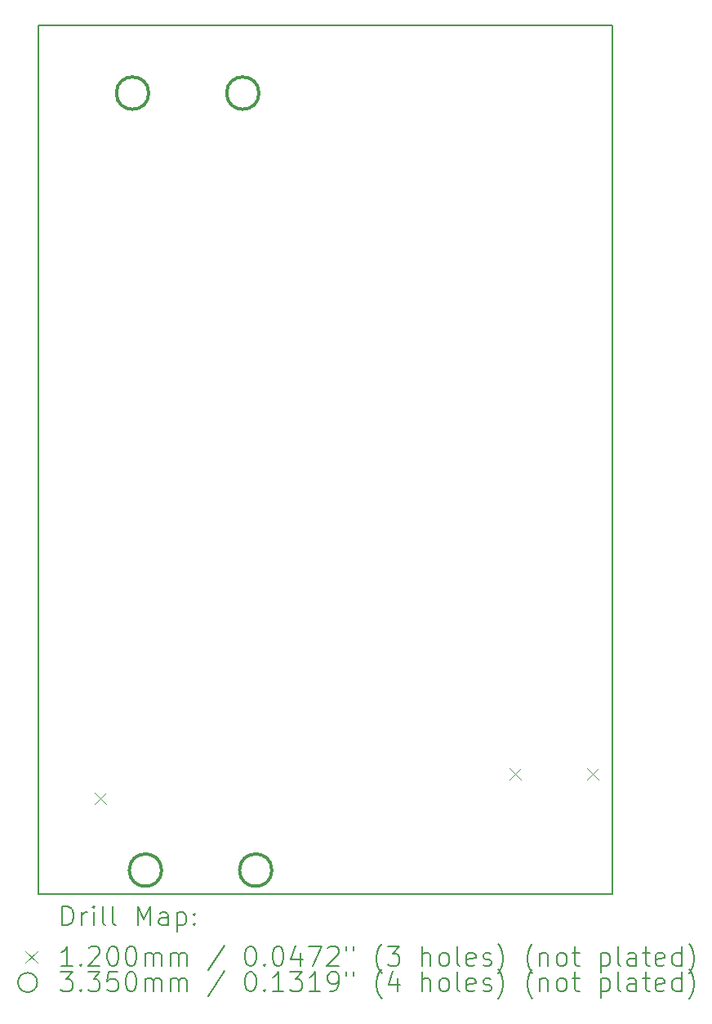
<source format=gbr>
%TF.GenerationSoftware,KiCad,Pcbnew,8.0.1-8.0.1-1~ubuntu22.04.1*%
%TF.CreationDate,2024-03-27T01:11:39-04:00*%
%TF.ProjectId,gripper_2024,67726970-7065-4725-9f32-3032342e6b69,rev?*%
%TF.SameCoordinates,Original*%
%TF.FileFunction,Drillmap*%
%TF.FilePolarity,Positive*%
%FSLAX45Y45*%
G04 Gerber Fmt 4.5, Leading zero omitted, Abs format (unit mm)*
G04 Created by KiCad (PCBNEW 8.0.1-8.0.1-1~ubuntu22.04.1) date 2024-03-27 01:11:39*
%MOMM*%
%LPD*%
G01*
G04 APERTURE LIST*
%ADD10C,0.200000*%
%ADD11C,0.120000*%
%ADD12C,0.335000*%
G04 APERTURE END LIST*
D10*
X1700000Y-1600000D02*
X7650000Y-1600000D01*
X7650000Y-10600000D01*
X1700000Y-10600000D01*
X1700000Y-1600000D01*
D11*
X2287500Y-9550000D02*
X2407500Y-9670000D01*
X2407500Y-9550000D02*
X2287500Y-9670000D01*
X6587500Y-9290000D02*
X6707500Y-9410000D01*
X6707500Y-9290000D02*
X6587500Y-9410000D01*
X7387500Y-9290000D02*
X7507500Y-9410000D01*
X7507500Y-9290000D02*
X7387500Y-9410000D01*
D12*
X2845900Y-2300000D02*
G75*
G02*
X2510900Y-2300000I-167500J0D01*
G01*
X2510900Y-2300000D02*
G75*
G02*
X2845900Y-2300000I167500J0D01*
G01*
X2979650Y-10350000D02*
G75*
G02*
X2644650Y-10350000I-167500J0D01*
G01*
X2644650Y-10350000D02*
G75*
G02*
X2979650Y-10350000I167500J0D01*
G01*
X3989100Y-2300000D02*
G75*
G02*
X3654100Y-2300000I-167500J0D01*
G01*
X3654100Y-2300000D02*
G75*
G02*
X3989100Y-2300000I167500J0D01*
G01*
X4122850Y-10350000D02*
G75*
G02*
X3787850Y-10350000I-167500J0D01*
G01*
X3787850Y-10350000D02*
G75*
G02*
X4122850Y-10350000I167500J0D01*
G01*
D10*
X1950777Y-10921484D02*
X1950777Y-10721484D01*
X1950777Y-10721484D02*
X1998396Y-10721484D01*
X1998396Y-10721484D02*
X2026967Y-10731008D01*
X2026967Y-10731008D02*
X2046015Y-10750055D01*
X2046015Y-10750055D02*
X2055539Y-10769103D01*
X2055539Y-10769103D02*
X2065062Y-10807198D01*
X2065062Y-10807198D02*
X2065062Y-10835770D01*
X2065062Y-10835770D02*
X2055539Y-10873865D01*
X2055539Y-10873865D02*
X2046015Y-10892912D01*
X2046015Y-10892912D02*
X2026967Y-10911960D01*
X2026967Y-10911960D02*
X1998396Y-10921484D01*
X1998396Y-10921484D02*
X1950777Y-10921484D01*
X2150777Y-10921484D02*
X2150777Y-10788150D01*
X2150777Y-10826246D02*
X2160301Y-10807198D01*
X2160301Y-10807198D02*
X2169824Y-10797674D01*
X2169824Y-10797674D02*
X2188872Y-10788150D01*
X2188872Y-10788150D02*
X2207920Y-10788150D01*
X2274586Y-10921484D02*
X2274586Y-10788150D01*
X2274586Y-10721484D02*
X2265063Y-10731008D01*
X2265063Y-10731008D02*
X2274586Y-10740531D01*
X2274586Y-10740531D02*
X2284110Y-10731008D01*
X2284110Y-10731008D02*
X2274586Y-10721484D01*
X2274586Y-10721484D02*
X2274586Y-10740531D01*
X2398396Y-10921484D02*
X2379348Y-10911960D01*
X2379348Y-10911960D02*
X2369824Y-10892912D01*
X2369824Y-10892912D02*
X2369824Y-10721484D01*
X2503158Y-10921484D02*
X2484110Y-10911960D01*
X2484110Y-10911960D02*
X2474586Y-10892912D01*
X2474586Y-10892912D02*
X2474586Y-10721484D01*
X2731729Y-10921484D02*
X2731729Y-10721484D01*
X2731729Y-10721484D02*
X2798396Y-10864341D01*
X2798396Y-10864341D02*
X2865062Y-10721484D01*
X2865062Y-10721484D02*
X2865062Y-10921484D01*
X3046015Y-10921484D02*
X3046015Y-10816722D01*
X3046015Y-10816722D02*
X3036491Y-10797674D01*
X3036491Y-10797674D02*
X3017443Y-10788150D01*
X3017443Y-10788150D02*
X2979348Y-10788150D01*
X2979348Y-10788150D02*
X2960301Y-10797674D01*
X3046015Y-10911960D02*
X3026967Y-10921484D01*
X3026967Y-10921484D02*
X2979348Y-10921484D01*
X2979348Y-10921484D02*
X2960301Y-10911960D01*
X2960301Y-10911960D02*
X2950777Y-10892912D01*
X2950777Y-10892912D02*
X2950777Y-10873865D01*
X2950777Y-10873865D02*
X2960301Y-10854817D01*
X2960301Y-10854817D02*
X2979348Y-10845293D01*
X2979348Y-10845293D02*
X3026967Y-10845293D01*
X3026967Y-10845293D02*
X3046015Y-10835770D01*
X3141253Y-10788150D02*
X3141253Y-10988150D01*
X3141253Y-10797674D02*
X3160301Y-10788150D01*
X3160301Y-10788150D02*
X3198396Y-10788150D01*
X3198396Y-10788150D02*
X3217443Y-10797674D01*
X3217443Y-10797674D02*
X3226967Y-10807198D01*
X3226967Y-10807198D02*
X3236491Y-10826246D01*
X3236491Y-10826246D02*
X3236491Y-10883389D01*
X3236491Y-10883389D02*
X3226967Y-10902436D01*
X3226967Y-10902436D02*
X3217443Y-10911960D01*
X3217443Y-10911960D02*
X3198396Y-10921484D01*
X3198396Y-10921484D02*
X3160301Y-10921484D01*
X3160301Y-10921484D02*
X3141253Y-10911960D01*
X3322205Y-10902436D02*
X3331729Y-10911960D01*
X3331729Y-10911960D02*
X3322205Y-10921484D01*
X3322205Y-10921484D02*
X3312682Y-10911960D01*
X3312682Y-10911960D02*
X3322205Y-10902436D01*
X3322205Y-10902436D02*
X3322205Y-10921484D01*
X3322205Y-10797674D02*
X3331729Y-10807198D01*
X3331729Y-10807198D02*
X3322205Y-10816722D01*
X3322205Y-10816722D02*
X3312682Y-10807198D01*
X3312682Y-10807198D02*
X3322205Y-10797674D01*
X3322205Y-10797674D02*
X3322205Y-10816722D01*
D11*
X1570000Y-11190000D02*
X1690000Y-11310000D01*
X1690000Y-11190000D02*
X1570000Y-11310000D01*
D10*
X2055539Y-11341484D02*
X1941253Y-11341484D01*
X1998396Y-11341484D02*
X1998396Y-11141484D01*
X1998396Y-11141484D02*
X1979348Y-11170055D01*
X1979348Y-11170055D02*
X1960301Y-11189103D01*
X1960301Y-11189103D02*
X1941253Y-11198627D01*
X2141253Y-11322436D02*
X2150777Y-11331960D01*
X2150777Y-11331960D02*
X2141253Y-11341484D01*
X2141253Y-11341484D02*
X2131729Y-11331960D01*
X2131729Y-11331960D02*
X2141253Y-11322436D01*
X2141253Y-11322436D02*
X2141253Y-11341484D01*
X2226967Y-11160531D02*
X2236491Y-11151008D01*
X2236491Y-11151008D02*
X2255539Y-11141484D01*
X2255539Y-11141484D02*
X2303158Y-11141484D01*
X2303158Y-11141484D02*
X2322205Y-11151008D01*
X2322205Y-11151008D02*
X2331729Y-11160531D01*
X2331729Y-11160531D02*
X2341253Y-11179579D01*
X2341253Y-11179579D02*
X2341253Y-11198627D01*
X2341253Y-11198627D02*
X2331729Y-11227198D01*
X2331729Y-11227198D02*
X2217444Y-11341484D01*
X2217444Y-11341484D02*
X2341253Y-11341484D01*
X2465063Y-11141484D02*
X2484110Y-11141484D01*
X2484110Y-11141484D02*
X2503158Y-11151008D01*
X2503158Y-11151008D02*
X2512682Y-11160531D01*
X2512682Y-11160531D02*
X2522205Y-11179579D01*
X2522205Y-11179579D02*
X2531729Y-11217674D01*
X2531729Y-11217674D02*
X2531729Y-11265293D01*
X2531729Y-11265293D02*
X2522205Y-11303388D01*
X2522205Y-11303388D02*
X2512682Y-11322436D01*
X2512682Y-11322436D02*
X2503158Y-11331960D01*
X2503158Y-11331960D02*
X2484110Y-11341484D01*
X2484110Y-11341484D02*
X2465063Y-11341484D01*
X2465063Y-11341484D02*
X2446015Y-11331960D01*
X2446015Y-11331960D02*
X2436491Y-11322436D01*
X2436491Y-11322436D02*
X2426967Y-11303388D01*
X2426967Y-11303388D02*
X2417444Y-11265293D01*
X2417444Y-11265293D02*
X2417444Y-11217674D01*
X2417444Y-11217674D02*
X2426967Y-11179579D01*
X2426967Y-11179579D02*
X2436491Y-11160531D01*
X2436491Y-11160531D02*
X2446015Y-11151008D01*
X2446015Y-11151008D02*
X2465063Y-11141484D01*
X2655539Y-11141484D02*
X2674586Y-11141484D01*
X2674586Y-11141484D02*
X2693634Y-11151008D01*
X2693634Y-11151008D02*
X2703158Y-11160531D01*
X2703158Y-11160531D02*
X2712682Y-11179579D01*
X2712682Y-11179579D02*
X2722205Y-11217674D01*
X2722205Y-11217674D02*
X2722205Y-11265293D01*
X2722205Y-11265293D02*
X2712682Y-11303388D01*
X2712682Y-11303388D02*
X2703158Y-11322436D01*
X2703158Y-11322436D02*
X2693634Y-11331960D01*
X2693634Y-11331960D02*
X2674586Y-11341484D01*
X2674586Y-11341484D02*
X2655539Y-11341484D01*
X2655539Y-11341484D02*
X2636491Y-11331960D01*
X2636491Y-11331960D02*
X2626967Y-11322436D01*
X2626967Y-11322436D02*
X2617444Y-11303388D01*
X2617444Y-11303388D02*
X2607920Y-11265293D01*
X2607920Y-11265293D02*
X2607920Y-11217674D01*
X2607920Y-11217674D02*
X2617444Y-11179579D01*
X2617444Y-11179579D02*
X2626967Y-11160531D01*
X2626967Y-11160531D02*
X2636491Y-11151008D01*
X2636491Y-11151008D02*
X2655539Y-11141484D01*
X2807920Y-11341484D02*
X2807920Y-11208150D01*
X2807920Y-11227198D02*
X2817443Y-11217674D01*
X2817443Y-11217674D02*
X2836491Y-11208150D01*
X2836491Y-11208150D02*
X2865063Y-11208150D01*
X2865063Y-11208150D02*
X2884110Y-11217674D01*
X2884110Y-11217674D02*
X2893634Y-11236722D01*
X2893634Y-11236722D02*
X2893634Y-11341484D01*
X2893634Y-11236722D02*
X2903158Y-11217674D01*
X2903158Y-11217674D02*
X2922205Y-11208150D01*
X2922205Y-11208150D02*
X2950777Y-11208150D01*
X2950777Y-11208150D02*
X2969824Y-11217674D01*
X2969824Y-11217674D02*
X2979348Y-11236722D01*
X2979348Y-11236722D02*
X2979348Y-11341484D01*
X3074586Y-11341484D02*
X3074586Y-11208150D01*
X3074586Y-11227198D02*
X3084110Y-11217674D01*
X3084110Y-11217674D02*
X3103158Y-11208150D01*
X3103158Y-11208150D02*
X3131729Y-11208150D01*
X3131729Y-11208150D02*
X3150777Y-11217674D01*
X3150777Y-11217674D02*
X3160301Y-11236722D01*
X3160301Y-11236722D02*
X3160301Y-11341484D01*
X3160301Y-11236722D02*
X3169824Y-11217674D01*
X3169824Y-11217674D02*
X3188872Y-11208150D01*
X3188872Y-11208150D02*
X3217443Y-11208150D01*
X3217443Y-11208150D02*
X3236491Y-11217674D01*
X3236491Y-11217674D02*
X3246015Y-11236722D01*
X3246015Y-11236722D02*
X3246015Y-11341484D01*
X3636491Y-11131960D02*
X3465063Y-11389103D01*
X3893634Y-11141484D02*
X3912682Y-11141484D01*
X3912682Y-11141484D02*
X3931729Y-11151008D01*
X3931729Y-11151008D02*
X3941253Y-11160531D01*
X3941253Y-11160531D02*
X3950777Y-11179579D01*
X3950777Y-11179579D02*
X3960301Y-11217674D01*
X3960301Y-11217674D02*
X3960301Y-11265293D01*
X3960301Y-11265293D02*
X3950777Y-11303388D01*
X3950777Y-11303388D02*
X3941253Y-11322436D01*
X3941253Y-11322436D02*
X3931729Y-11331960D01*
X3931729Y-11331960D02*
X3912682Y-11341484D01*
X3912682Y-11341484D02*
X3893634Y-11341484D01*
X3893634Y-11341484D02*
X3874586Y-11331960D01*
X3874586Y-11331960D02*
X3865063Y-11322436D01*
X3865063Y-11322436D02*
X3855539Y-11303388D01*
X3855539Y-11303388D02*
X3846015Y-11265293D01*
X3846015Y-11265293D02*
X3846015Y-11217674D01*
X3846015Y-11217674D02*
X3855539Y-11179579D01*
X3855539Y-11179579D02*
X3865063Y-11160531D01*
X3865063Y-11160531D02*
X3874586Y-11151008D01*
X3874586Y-11151008D02*
X3893634Y-11141484D01*
X4046015Y-11322436D02*
X4055539Y-11331960D01*
X4055539Y-11331960D02*
X4046015Y-11341484D01*
X4046015Y-11341484D02*
X4036491Y-11331960D01*
X4036491Y-11331960D02*
X4046015Y-11322436D01*
X4046015Y-11322436D02*
X4046015Y-11341484D01*
X4179348Y-11141484D02*
X4198396Y-11141484D01*
X4198396Y-11141484D02*
X4217444Y-11151008D01*
X4217444Y-11151008D02*
X4226968Y-11160531D01*
X4226968Y-11160531D02*
X4236491Y-11179579D01*
X4236491Y-11179579D02*
X4246015Y-11217674D01*
X4246015Y-11217674D02*
X4246015Y-11265293D01*
X4246015Y-11265293D02*
X4236491Y-11303388D01*
X4236491Y-11303388D02*
X4226968Y-11322436D01*
X4226968Y-11322436D02*
X4217444Y-11331960D01*
X4217444Y-11331960D02*
X4198396Y-11341484D01*
X4198396Y-11341484D02*
X4179348Y-11341484D01*
X4179348Y-11341484D02*
X4160301Y-11331960D01*
X4160301Y-11331960D02*
X4150777Y-11322436D01*
X4150777Y-11322436D02*
X4141253Y-11303388D01*
X4141253Y-11303388D02*
X4131729Y-11265293D01*
X4131729Y-11265293D02*
X4131729Y-11217674D01*
X4131729Y-11217674D02*
X4141253Y-11179579D01*
X4141253Y-11179579D02*
X4150777Y-11160531D01*
X4150777Y-11160531D02*
X4160301Y-11151008D01*
X4160301Y-11151008D02*
X4179348Y-11141484D01*
X4417444Y-11208150D02*
X4417444Y-11341484D01*
X4369825Y-11131960D02*
X4322206Y-11274817D01*
X4322206Y-11274817D02*
X4446015Y-11274817D01*
X4503158Y-11141484D02*
X4636491Y-11141484D01*
X4636491Y-11141484D02*
X4550777Y-11341484D01*
X4703158Y-11160531D02*
X4712682Y-11151008D01*
X4712682Y-11151008D02*
X4731729Y-11141484D01*
X4731729Y-11141484D02*
X4779349Y-11141484D01*
X4779349Y-11141484D02*
X4798396Y-11151008D01*
X4798396Y-11151008D02*
X4807920Y-11160531D01*
X4807920Y-11160531D02*
X4817444Y-11179579D01*
X4817444Y-11179579D02*
X4817444Y-11198627D01*
X4817444Y-11198627D02*
X4807920Y-11227198D01*
X4807920Y-11227198D02*
X4693634Y-11341484D01*
X4693634Y-11341484D02*
X4817444Y-11341484D01*
X4893634Y-11141484D02*
X4893634Y-11179579D01*
X4969825Y-11141484D02*
X4969825Y-11179579D01*
X5265063Y-11417674D02*
X5255539Y-11408150D01*
X5255539Y-11408150D02*
X5236491Y-11379579D01*
X5236491Y-11379579D02*
X5226968Y-11360531D01*
X5226968Y-11360531D02*
X5217444Y-11331960D01*
X5217444Y-11331960D02*
X5207920Y-11284341D01*
X5207920Y-11284341D02*
X5207920Y-11246246D01*
X5207920Y-11246246D02*
X5217444Y-11198627D01*
X5217444Y-11198627D02*
X5226968Y-11170055D01*
X5226968Y-11170055D02*
X5236491Y-11151008D01*
X5236491Y-11151008D02*
X5255539Y-11122436D01*
X5255539Y-11122436D02*
X5265063Y-11112912D01*
X5322206Y-11141484D02*
X5446015Y-11141484D01*
X5446015Y-11141484D02*
X5379349Y-11217674D01*
X5379349Y-11217674D02*
X5407920Y-11217674D01*
X5407920Y-11217674D02*
X5426968Y-11227198D01*
X5426968Y-11227198D02*
X5436491Y-11236722D01*
X5436491Y-11236722D02*
X5446015Y-11255769D01*
X5446015Y-11255769D02*
X5446015Y-11303388D01*
X5446015Y-11303388D02*
X5436491Y-11322436D01*
X5436491Y-11322436D02*
X5426968Y-11331960D01*
X5426968Y-11331960D02*
X5407920Y-11341484D01*
X5407920Y-11341484D02*
X5350777Y-11341484D01*
X5350777Y-11341484D02*
X5331730Y-11331960D01*
X5331730Y-11331960D02*
X5322206Y-11322436D01*
X5684110Y-11341484D02*
X5684110Y-11141484D01*
X5769825Y-11341484D02*
X5769825Y-11236722D01*
X5769825Y-11236722D02*
X5760301Y-11217674D01*
X5760301Y-11217674D02*
X5741253Y-11208150D01*
X5741253Y-11208150D02*
X5712682Y-11208150D01*
X5712682Y-11208150D02*
X5693634Y-11217674D01*
X5693634Y-11217674D02*
X5684110Y-11227198D01*
X5893634Y-11341484D02*
X5874587Y-11331960D01*
X5874587Y-11331960D02*
X5865063Y-11322436D01*
X5865063Y-11322436D02*
X5855539Y-11303388D01*
X5855539Y-11303388D02*
X5855539Y-11246246D01*
X5855539Y-11246246D02*
X5865063Y-11227198D01*
X5865063Y-11227198D02*
X5874587Y-11217674D01*
X5874587Y-11217674D02*
X5893634Y-11208150D01*
X5893634Y-11208150D02*
X5922206Y-11208150D01*
X5922206Y-11208150D02*
X5941253Y-11217674D01*
X5941253Y-11217674D02*
X5950777Y-11227198D01*
X5950777Y-11227198D02*
X5960301Y-11246246D01*
X5960301Y-11246246D02*
X5960301Y-11303388D01*
X5960301Y-11303388D02*
X5950777Y-11322436D01*
X5950777Y-11322436D02*
X5941253Y-11331960D01*
X5941253Y-11331960D02*
X5922206Y-11341484D01*
X5922206Y-11341484D02*
X5893634Y-11341484D01*
X6074587Y-11341484D02*
X6055539Y-11331960D01*
X6055539Y-11331960D02*
X6046015Y-11312912D01*
X6046015Y-11312912D02*
X6046015Y-11141484D01*
X6226968Y-11331960D02*
X6207920Y-11341484D01*
X6207920Y-11341484D02*
X6169825Y-11341484D01*
X6169825Y-11341484D02*
X6150777Y-11331960D01*
X6150777Y-11331960D02*
X6141253Y-11312912D01*
X6141253Y-11312912D02*
X6141253Y-11236722D01*
X6141253Y-11236722D02*
X6150777Y-11217674D01*
X6150777Y-11217674D02*
X6169825Y-11208150D01*
X6169825Y-11208150D02*
X6207920Y-11208150D01*
X6207920Y-11208150D02*
X6226968Y-11217674D01*
X6226968Y-11217674D02*
X6236491Y-11236722D01*
X6236491Y-11236722D02*
X6236491Y-11255769D01*
X6236491Y-11255769D02*
X6141253Y-11274817D01*
X6312682Y-11331960D02*
X6331730Y-11341484D01*
X6331730Y-11341484D02*
X6369825Y-11341484D01*
X6369825Y-11341484D02*
X6388872Y-11331960D01*
X6388872Y-11331960D02*
X6398396Y-11312912D01*
X6398396Y-11312912D02*
X6398396Y-11303388D01*
X6398396Y-11303388D02*
X6388872Y-11284341D01*
X6388872Y-11284341D02*
X6369825Y-11274817D01*
X6369825Y-11274817D02*
X6341253Y-11274817D01*
X6341253Y-11274817D02*
X6322206Y-11265293D01*
X6322206Y-11265293D02*
X6312682Y-11246246D01*
X6312682Y-11246246D02*
X6312682Y-11236722D01*
X6312682Y-11236722D02*
X6322206Y-11217674D01*
X6322206Y-11217674D02*
X6341253Y-11208150D01*
X6341253Y-11208150D02*
X6369825Y-11208150D01*
X6369825Y-11208150D02*
X6388872Y-11217674D01*
X6465063Y-11417674D02*
X6474587Y-11408150D01*
X6474587Y-11408150D02*
X6493634Y-11379579D01*
X6493634Y-11379579D02*
X6503158Y-11360531D01*
X6503158Y-11360531D02*
X6512682Y-11331960D01*
X6512682Y-11331960D02*
X6522206Y-11284341D01*
X6522206Y-11284341D02*
X6522206Y-11246246D01*
X6522206Y-11246246D02*
X6512682Y-11198627D01*
X6512682Y-11198627D02*
X6503158Y-11170055D01*
X6503158Y-11170055D02*
X6493634Y-11151008D01*
X6493634Y-11151008D02*
X6474587Y-11122436D01*
X6474587Y-11122436D02*
X6465063Y-11112912D01*
X6826968Y-11417674D02*
X6817444Y-11408150D01*
X6817444Y-11408150D02*
X6798396Y-11379579D01*
X6798396Y-11379579D02*
X6788872Y-11360531D01*
X6788872Y-11360531D02*
X6779349Y-11331960D01*
X6779349Y-11331960D02*
X6769825Y-11284341D01*
X6769825Y-11284341D02*
X6769825Y-11246246D01*
X6769825Y-11246246D02*
X6779349Y-11198627D01*
X6779349Y-11198627D02*
X6788872Y-11170055D01*
X6788872Y-11170055D02*
X6798396Y-11151008D01*
X6798396Y-11151008D02*
X6817444Y-11122436D01*
X6817444Y-11122436D02*
X6826968Y-11112912D01*
X6903158Y-11208150D02*
X6903158Y-11341484D01*
X6903158Y-11227198D02*
X6912682Y-11217674D01*
X6912682Y-11217674D02*
X6931730Y-11208150D01*
X6931730Y-11208150D02*
X6960301Y-11208150D01*
X6960301Y-11208150D02*
X6979349Y-11217674D01*
X6979349Y-11217674D02*
X6988872Y-11236722D01*
X6988872Y-11236722D02*
X6988872Y-11341484D01*
X7112682Y-11341484D02*
X7093634Y-11331960D01*
X7093634Y-11331960D02*
X7084111Y-11322436D01*
X7084111Y-11322436D02*
X7074587Y-11303388D01*
X7074587Y-11303388D02*
X7074587Y-11246246D01*
X7074587Y-11246246D02*
X7084111Y-11227198D01*
X7084111Y-11227198D02*
X7093634Y-11217674D01*
X7093634Y-11217674D02*
X7112682Y-11208150D01*
X7112682Y-11208150D02*
X7141253Y-11208150D01*
X7141253Y-11208150D02*
X7160301Y-11217674D01*
X7160301Y-11217674D02*
X7169825Y-11227198D01*
X7169825Y-11227198D02*
X7179349Y-11246246D01*
X7179349Y-11246246D02*
X7179349Y-11303388D01*
X7179349Y-11303388D02*
X7169825Y-11322436D01*
X7169825Y-11322436D02*
X7160301Y-11331960D01*
X7160301Y-11331960D02*
X7141253Y-11341484D01*
X7141253Y-11341484D02*
X7112682Y-11341484D01*
X7236492Y-11208150D02*
X7312682Y-11208150D01*
X7265063Y-11141484D02*
X7265063Y-11312912D01*
X7265063Y-11312912D02*
X7274587Y-11331960D01*
X7274587Y-11331960D02*
X7293634Y-11341484D01*
X7293634Y-11341484D02*
X7312682Y-11341484D01*
X7531730Y-11208150D02*
X7531730Y-11408150D01*
X7531730Y-11217674D02*
X7550777Y-11208150D01*
X7550777Y-11208150D02*
X7588873Y-11208150D01*
X7588873Y-11208150D02*
X7607920Y-11217674D01*
X7607920Y-11217674D02*
X7617444Y-11227198D01*
X7617444Y-11227198D02*
X7626968Y-11246246D01*
X7626968Y-11246246D02*
X7626968Y-11303388D01*
X7626968Y-11303388D02*
X7617444Y-11322436D01*
X7617444Y-11322436D02*
X7607920Y-11331960D01*
X7607920Y-11331960D02*
X7588873Y-11341484D01*
X7588873Y-11341484D02*
X7550777Y-11341484D01*
X7550777Y-11341484D02*
X7531730Y-11331960D01*
X7741253Y-11341484D02*
X7722206Y-11331960D01*
X7722206Y-11331960D02*
X7712682Y-11312912D01*
X7712682Y-11312912D02*
X7712682Y-11141484D01*
X7903158Y-11341484D02*
X7903158Y-11236722D01*
X7903158Y-11236722D02*
X7893634Y-11217674D01*
X7893634Y-11217674D02*
X7874587Y-11208150D01*
X7874587Y-11208150D02*
X7836492Y-11208150D01*
X7836492Y-11208150D02*
X7817444Y-11217674D01*
X7903158Y-11331960D02*
X7884111Y-11341484D01*
X7884111Y-11341484D02*
X7836492Y-11341484D01*
X7836492Y-11341484D02*
X7817444Y-11331960D01*
X7817444Y-11331960D02*
X7807920Y-11312912D01*
X7807920Y-11312912D02*
X7807920Y-11293865D01*
X7807920Y-11293865D02*
X7817444Y-11274817D01*
X7817444Y-11274817D02*
X7836492Y-11265293D01*
X7836492Y-11265293D02*
X7884111Y-11265293D01*
X7884111Y-11265293D02*
X7903158Y-11255769D01*
X7969825Y-11208150D02*
X8046015Y-11208150D01*
X7998396Y-11141484D02*
X7998396Y-11312912D01*
X7998396Y-11312912D02*
X8007920Y-11331960D01*
X8007920Y-11331960D02*
X8026968Y-11341484D01*
X8026968Y-11341484D02*
X8046015Y-11341484D01*
X8188873Y-11331960D02*
X8169825Y-11341484D01*
X8169825Y-11341484D02*
X8131730Y-11341484D01*
X8131730Y-11341484D02*
X8112682Y-11331960D01*
X8112682Y-11331960D02*
X8103158Y-11312912D01*
X8103158Y-11312912D02*
X8103158Y-11236722D01*
X8103158Y-11236722D02*
X8112682Y-11217674D01*
X8112682Y-11217674D02*
X8131730Y-11208150D01*
X8131730Y-11208150D02*
X8169825Y-11208150D01*
X8169825Y-11208150D02*
X8188873Y-11217674D01*
X8188873Y-11217674D02*
X8198396Y-11236722D01*
X8198396Y-11236722D02*
X8198396Y-11255769D01*
X8198396Y-11255769D02*
X8103158Y-11274817D01*
X8369825Y-11341484D02*
X8369825Y-11141484D01*
X8369825Y-11331960D02*
X8350777Y-11341484D01*
X8350777Y-11341484D02*
X8312682Y-11341484D01*
X8312682Y-11341484D02*
X8293634Y-11331960D01*
X8293634Y-11331960D02*
X8284111Y-11322436D01*
X8284111Y-11322436D02*
X8274587Y-11303388D01*
X8274587Y-11303388D02*
X8274587Y-11246246D01*
X8274587Y-11246246D02*
X8284111Y-11227198D01*
X8284111Y-11227198D02*
X8293634Y-11217674D01*
X8293634Y-11217674D02*
X8312682Y-11208150D01*
X8312682Y-11208150D02*
X8350777Y-11208150D01*
X8350777Y-11208150D02*
X8369825Y-11217674D01*
X8446016Y-11417674D02*
X8455539Y-11408150D01*
X8455539Y-11408150D02*
X8474587Y-11379579D01*
X8474587Y-11379579D02*
X8484111Y-11360531D01*
X8484111Y-11360531D02*
X8493635Y-11331960D01*
X8493635Y-11331960D02*
X8503158Y-11284341D01*
X8503158Y-11284341D02*
X8503158Y-11246246D01*
X8503158Y-11246246D02*
X8493635Y-11198627D01*
X8493635Y-11198627D02*
X8484111Y-11170055D01*
X8484111Y-11170055D02*
X8474587Y-11151008D01*
X8474587Y-11151008D02*
X8455539Y-11122436D01*
X8455539Y-11122436D02*
X8446016Y-11112912D01*
X1690000Y-11514000D02*
G75*
G02*
X1490000Y-11514000I-100000J0D01*
G01*
X1490000Y-11514000D02*
G75*
G02*
X1690000Y-11514000I100000J0D01*
G01*
X1931729Y-11405484D02*
X2055539Y-11405484D01*
X2055539Y-11405484D02*
X1988872Y-11481674D01*
X1988872Y-11481674D02*
X2017443Y-11481674D01*
X2017443Y-11481674D02*
X2036491Y-11491198D01*
X2036491Y-11491198D02*
X2046015Y-11500722D01*
X2046015Y-11500722D02*
X2055539Y-11519769D01*
X2055539Y-11519769D02*
X2055539Y-11567388D01*
X2055539Y-11567388D02*
X2046015Y-11586436D01*
X2046015Y-11586436D02*
X2036491Y-11595960D01*
X2036491Y-11595960D02*
X2017443Y-11605484D01*
X2017443Y-11605484D02*
X1960301Y-11605484D01*
X1960301Y-11605484D02*
X1941253Y-11595960D01*
X1941253Y-11595960D02*
X1931729Y-11586436D01*
X2141253Y-11586436D02*
X2150777Y-11595960D01*
X2150777Y-11595960D02*
X2141253Y-11605484D01*
X2141253Y-11605484D02*
X2131729Y-11595960D01*
X2131729Y-11595960D02*
X2141253Y-11586436D01*
X2141253Y-11586436D02*
X2141253Y-11605484D01*
X2217444Y-11405484D02*
X2341253Y-11405484D01*
X2341253Y-11405484D02*
X2274586Y-11481674D01*
X2274586Y-11481674D02*
X2303158Y-11481674D01*
X2303158Y-11481674D02*
X2322205Y-11491198D01*
X2322205Y-11491198D02*
X2331729Y-11500722D01*
X2331729Y-11500722D02*
X2341253Y-11519769D01*
X2341253Y-11519769D02*
X2341253Y-11567388D01*
X2341253Y-11567388D02*
X2331729Y-11586436D01*
X2331729Y-11586436D02*
X2322205Y-11595960D01*
X2322205Y-11595960D02*
X2303158Y-11605484D01*
X2303158Y-11605484D02*
X2246015Y-11605484D01*
X2246015Y-11605484D02*
X2226967Y-11595960D01*
X2226967Y-11595960D02*
X2217444Y-11586436D01*
X2522205Y-11405484D02*
X2426967Y-11405484D01*
X2426967Y-11405484D02*
X2417444Y-11500722D01*
X2417444Y-11500722D02*
X2426967Y-11491198D01*
X2426967Y-11491198D02*
X2446015Y-11481674D01*
X2446015Y-11481674D02*
X2493634Y-11481674D01*
X2493634Y-11481674D02*
X2512682Y-11491198D01*
X2512682Y-11491198D02*
X2522205Y-11500722D01*
X2522205Y-11500722D02*
X2531729Y-11519769D01*
X2531729Y-11519769D02*
X2531729Y-11567388D01*
X2531729Y-11567388D02*
X2522205Y-11586436D01*
X2522205Y-11586436D02*
X2512682Y-11595960D01*
X2512682Y-11595960D02*
X2493634Y-11605484D01*
X2493634Y-11605484D02*
X2446015Y-11605484D01*
X2446015Y-11605484D02*
X2426967Y-11595960D01*
X2426967Y-11595960D02*
X2417444Y-11586436D01*
X2655539Y-11405484D02*
X2674586Y-11405484D01*
X2674586Y-11405484D02*
X2693634Y-11415008D01*
X2693634Y-11415008D02*
X2703158Y-11424531D01*
X2703158Y-11424531D02*
X2712682Y-11443579D01*
X2712682Y-11443579D02*
X2722205Y-11481674D01*
X2722205Y-11481674D02*
X2722205Y-11529293D01*
X2722205Y-11529293D02*
X2712682Y-11567388D01*
X2712682Y-11567388D02*
X2703158Y-11586436D01*
X2703158Y-11586436D02*
X2693634Y-11595960D01*
X2693634Y-11595960D02*
X2674586Y-11605484D01*
X2674586Y-11605484D02*
X2655539Y-11605484D01*
X2655539Y-11605484D02*
X2636491Y-11595960D01*
X2636491Y-11595960D02*
X2626967Y-11586436D01*
X2626967Y-11586436D02*
X2617444Y-11567388D01*
X2617444Y-11567388D02*
X2607920Y-11529293D01*
X2607920Y-11529293D02*
X2607920Y-11481674D01*
X2607920Y-11481674D02*
X2617444Y-11443579D01*
X2617444Y-11443579D02*
X2626967Y-11424531D01*
X2626967Y-11424531D02*
X2636491Y-11415008D01*
X2636491Y-11415008D02*
X2655539Y-11405484D01*
X2807920Y-11605484D02*
X2807920Y-11472150D01*
X2807920Y-11491198D02*
X2817443Y-11481674D01*
X2817443Y-11481674D02*
X2836491Y-11472150D01*
X2836491Y-11472150D02*
X2865063Y-11472150D01*
X2865063Y-11472150D02*
X2884110Y-11481674D01*
X2884110Y-11481674D02*
X2893634Y-11500722D01*
X2893634Y-11500722D02*
X2893634Y-11605484D01*
X2893634Y-11500722D02*
X2903158Y-11481674D01*
X2903158Y-11481674D02*
X2922205Y-11472150D01*
X2922205Y-11472150D02*
X2950777Y-11472150D01*
X2950777Y-11472150D02*
X2969824Y-11481674D01*
X2969824Y-11481674D02*
X2979348Y-11500722D01*
X2979348Y-11500722D02*
X2979348Y-11605484D01*
X3074586Y-11605484D02*
X3074586Y-11472150D01*
X3074586Y-11491198D02*
X3084110Y-11481674D01*
X3084110Y-11481674D02*
X3103158Y-11472150D01*
X3103158Y-11472150D02*
X3131729Y-11472150D01*
X3131729Y-11472150D02*
X3150777Y-11481674D01*
X3150777Y-11481674D02*
X3160301Y-11500722D01*
X3160301Y-11500722D02*
X3160301Y-11605484D01*
X3160301Y-11500722D02*
X3169824Y-11481674D01*
X3169824Y-11481674D02*
X3188872Y-11472150D01*
X3188872Y-11472150D02*
X3217443Y-11472150D01*
X3217443Y-11472150D02*
X3236491Y-11481674D01*
X3236491Y-11481674D02*
X3246015Y-11500722D01*
X3246015Y-11500722D02*
X3246015Y-11605484D01*
X3636491Y-11395960D02*
X3465063Y-11653103D01*
X3893634Y-11405484D02*
X3912682Y-11405484D01*
X3912682Y-11405484D02*
X3931729Y-11415008D01*
X3931729Y-11415008D02*
X3941253Y-11424531D01*
X3941253Y-11424531D02*
X3950777Y-11443579D01*
X3950777Y-11443579D02*
X3960301Y-11481674D01*
X3960301Y-11481674D02*
X3960301Y-11529293D01*
X3960301Y-11529293D02*
X3950777Y-11567388D01*
X3950777Y-11567388D02*
X3941253Y-11586436D01*
X3941253Y-11586436D02*
X3931729Y-11595960D01*
X3931729Y-11595960D02*
X3912682Y-11605484D01*
X3912682Y-11605484D02*
X3893634Y-11605484D01*
X3893634Y-11605484D02*
X3874586Y-11595960D01*
X3874586Y-11595960D02*
X3865063Y-11586436D01*
X3865063Y-11586436D02*
X3855539Y-11567388D01*
X3855539Y-11567388D02*
X3846015Y-11529293D01*
X3846015Y-11529293D02*
X3846015Y-11481674D01*
X3846015Y-11481674D02*
X3855539Y-11443579D01*
X3855539Y-11443579D02*
X3865063Y-11424531D01*
X3865063Y-11424531D02*
X3874586Y-11415008D01*
X3874586Y-11415008D02*
X3893634Y-11405484D01*
X4046015Y-11586436D02*
X4055539Y-11595960D01*
X4055539Y-11595960D02*
X4046015Y-11605484D01*
X4046015Y-11605484D02*
X4036491Y-11595960D01*
X4036491Y-11595960D02*
X4046015Y-11586436D01*
X4046015Y-11586436D02*
X4046015Y-11605484D01*
X4246015Y-11605484D02*
X4131729Y-11605484D01*
X4188872Y-11605484D02*
X4188872Y-11405484D01*
X4188872Y-11405484D02*
X4169825Y-11434055D01*
X4169825Y-11434055D02*
X4150777Y-11453103D01*
X4150777Y-11453103D02*
X4131729Y-11462627D01*
X4312682Y-11405484D02*
X4436491Y-11405484D01*
X4436491Y-11405484D02*
X4369825Y-11481674D01*
X4369825Y-11481674D02*
X4398396Y-11481674D01*
X4398396Y-11481674D02*
X4417444Y-11491198D01*
X4417444Y-11491198D02*
X4426968Y-11500722D01*
X4426968Y-11500722D02*
X4436491Y-11519769D01*
X4436491Y-11519769D02*
X4436491Y-11567388D01*
X4436491Y-11567388D02*
X4426968Y-11586436D01*
X4426968Y-11586436D02*
X4417444Y-11595960D01*
X4417444Y-11595960D02*
X4398396Y-11605484D01*
X4398396Y-11605484D02*
X4341253Y-11605484D01*
X4341253Y-11605484D02*
X4322206Y-11595960D01*
X4322206Y-11595960D02*
X4312682Y-11586436D01*
X4626968Y-11605484D02*
X4512682Y-11605484D01*
X4569825Y-11605484D02*
X4569825Y-11405484D01*
X4569825Y-11405484D02*
X4550777Y-11434055D01*
X4550777Y-11434055D02*
X4531729Y-11453103D01*
X4531729Y-11453103D02*
X4512682Y-11462627D01*
X4722206Y-11605484D02*
X4760301Y-11605484D01*
X4760301Y-11605484D02*
X4779349Y-11595960D01*
X4779349Y-11595960D02*
X4788872Y-11586436D01*
X4788872Y-11586436D02*
X4807920Y-11557865D01*
X4807920Y-11557865D02*
X4817444Y-11519769D01*
X4817444Y-11519769D02*
X4817444Y-11443579D01*
X4817444Y-11443579D02*
X4807920Y-11424531D01*
X4807920Y-11424531D02*
X4798396Y-11415008D01*
X4798396Y-11415008D02*
X4779349Y-11405484D01*
X4779349Y-11405484D02*
X4741253Y-11405484D01*
X4741253Y-11405484D02*
X4722206Y-11415008D01*
X4722206Y-11415008D02*
X4712682Y-11424531D01*
X4712682Y-11424531D02*
X4703158Y-11443579D01*
X4703158Y-11443579D02*
X4703158Y-11491198D01*
X4703158Y-11491198D02*
X4712682Y-11510246D01*
X4712682Y-11510246D02*
X4722206Y-11519769D01*
X4722206Y-11519769D02*
X4741253Y-11529293D01*
X4741253Y-11529293D02*
X4779349Y-11529293D01*
X4779349Y-11529293D02*
X4798396Y-11519769D01*
X4798396Y-11519769D02*
X4807920Y-11510246D01*
X4807920Y-11510246D02*
X4817444Y-11491198D01*
X4893634Y-11405484D02*
X4893634Y-11443579D01*
X4969825Y-11405484D02*
X4969825Y-11443579D01*
X5265063Y-11681674D02*
X5255539Y-11672150D01*
X5255539Y-11672150D02*
X5236491Y-11643579D01*
X5236491Y-11643579D02*
X5226968Y-11624531D01*
X5226968Y-11624531D02*
X5217444Y-11595960D01*
X5217444Y-11595960D02*
X5207920Y-11548341D01*
X5207920Y-11548341D02*
X5207920Y-11510246D01*
X5207920Y-11510246D02*
X5217444Y-11462627D01*
X5217444Y-11462627D02*
X5226968Y-11434055D01*
X5226968Y-11434055D02*
X5236491Y-11415008D01*
X5236491Y-11415008D02*
X5255539Y-11386436D01*
X5255539Y-11386436D02*
X5265063Y-11376912D01*
X5426968Y-11472150D02*
X5426968Y-11605484D01*
X5379349Y-11395960D02*
X5331730Y-11538817D01*
X5331730Y-11538817D02*
X5455539Y-11538817D01*
X5684110Y-11605484D02*
X5684110Y-11405484D01*
X5769825Y-11605484D02*
X5769825Y-11500722D01*
X5769825Y-11500722D02*
X5760301Y-11481674D01*
X5760301Y-11481674D02*
X5741253Y-11472150D01*
X5741253Y-11472150D02*
X5712682Y-11472150D01*
X5712682Y-11472150D02*
X5693634Y-11481674D01*
X5693634Y-11481674D02*
X5684110Y-11491198D01*
X5893634Y-11605484D02*
X5874587Y-11595960D01*
X5874587Y-11595960D02*
X5865063Y-11586436D01*
X5865063Y-11586436D02*
X5855539Y-11567388D01*
X5855539Y-11567388D02*
X5855539Y-11510246D01*
X5855539Y-11510246D02*
X5865063Y-11491198D01*
X5865063Y-11491198D02*
X5874587Y-11481674D01*
X5874587Y-11481674D02*
X5893634Y-11472150D01*
X5893634Y-11472150D02*
X5922206Y-11472150D01*
X5922206Y-11472150D02*
X5941253Y-11481674D01*
X5941253Y-11481674D02*
X5950777Y-11491198D01*
X5950777Y-11491198D02*
X5960301Y-11510246D01*
X5960301Y-11510246D02*
X5960301Y-11567388D01*
X5960301Y-11567388D02*
X5950777Y-11586436D01*
X5950777Y-11586436D02*
X5941253Y-11595960D01*
X5941253Y-11595960D02*
X5922206Y-11605484D01*
X5922206Y-11605484D02*
X5893634Y-11605484D01*
X6074587Y-11605484D02*
X6055539Y-11595960D01*
X6055539Y-11595960D02*
X6046015Y-11576912D01*
X6046015Y-11576912D02*
X6046015Y-11405484D01*
X6226968Y-11595960D02*
X6207920Y-11605484D01*
X6207920Y-11605484D02*
X6169825Y-11605484D01*
X6169825Y-11605484D02*
X6150777Y-11595960D01*
X6150777Y-11595960D02*
X6141253Y-11576912D01*
X6141253Y-11576912D02*
X6141253Y-11500722D01*
X6141253Y-11500722D02*
X6150777Y-11481674D01*
X6150777Y-11481674D02*
X6169825Y-11472150D01*
X6169825Y-11472150D02*
X6207920Y-11472150D01*
X6207920Y-11472150D02*
X6226968Y-11481674D01*
X6226968Y-11481674D02*
X6236491Y-11500722D01*
X6236491Y-11500722D02*
X6236491Y-11519769D01*
X6236491Y-11519769D02*
X6141253Y-11538817D01*
X6312682Y-11595960D02*
X6331730Y-11605484D01*
X6331730Y-11605484D02*
X6369825Y-11605484D01*
X6369825Y-11605484D02*
X6388872Y-11595960D01*
X6388872Y-11595960D02*
X6398396Y-11576912D01*
X6398396Y-11576912D02*
X6398396Y-11567388D01*
X6398396Y-11567388D02*
X6388872Y-11548341D01*
X6388872Y-11548341D02*
X6369825Y-11538817D01*
X6369825Y-11538817D02*
X6341253Y-11538817D01*
X6341253Y-11538817D02*
X6322206Y-11529293D01*
X6322206Y-11529293D02*
X6312682Y-11510246D01*
X6312682Y-11510246D02*
X6312682Y-11500722D01*
X6312682Y-11500722D02*
X6322206Y-11481674D01*
X6322206Y-11481674D02*
X6341253Y-11472150D01*
X6341253Y-11472150D02*
X6369825Y-11472150D01*
X6369825Y-11472150D02*
X6388872Y-11481674D01*
X6465063Y-11681674D02*
X6474587Y-11672150D01*
X6474587Y-11672150D02*
X6493634Y-11643579D01*
X6493634Y-11643579D02*
X6503158Y-11624531D01*
X6503158Y-11624531D02*
X6512682Y-11595960D01*
X6512682Y-11595960D02*
X6522206Y-11548341D01*
X6522206Y-11548341D02*
X6522206Y-11510246D01*
X6522206Y-11510246D02*
X6512682Y-11462627D01*
X6512682Y-11462627D02*
X6503158Y-11434055D01*
X6503158Y-11434055D02*
X6493634Y-11415008D01*
X6493634Y-11415008D02*
X6474587Y-11386436D01*
X6474587Y-11386436D02*
X6465063Y-11376912D01*
X6826968Y-11681674D02*
X6817444Y-11672150D01*
X6817444Y-11672150D02*
X6798396Y-11643579D01*
X6798396Y-11643579D02*
X6788872Y-11624531D01*
X6788872Y-11624531D02*
X6779349Y-11595960D01*
X6779349Y-11595960D02*
X6769825Y-11548341D01*
X6769825Y-11548341D02*
X6769825Y-11510246D01*
X6769825Y-11510246D02*
X6779349Y-11462627D01*
X6779349Y-11462627D02*
X6788872Y-11434055D01*
X6788872Y-11434055D02*
X6798396Y-11415008D01*
X6798396Y-11415008D02*
X6817444Y-11386436D01*
X6817444Y-11386436D02*
X6826968Y-11376912D01*
X6903158Y-11472150D02*
X6903158Y-11605484D01*
X6903158Y-11491198D02*
X6912682Y-11481674D01*
X6912682Y-11481674D02*
X6931730Y-11472150D01*
X6931730Y-11472150D02*
X6960301Y-11472150D01*
X6960301Y-11472150D02*
X6979349Y-11481674D01*
X6979349Y-11481674D02*
X6988872Y-11500722D01*
X6988872Y-11500722D02*
X6988872Y-11605484D01*
X7112682Y-11605484D02*
X7093634Y-11595960D01*
X7093634Y-11595960D02*
X7084111Y-11586436D01*
X7084111Y-11586436D02*
X7074587Y-11567388D01*
X7074587Y-11567388D02*
X7074587Y-11510246D01*
X7074587Y-11510246D02*
X7084111Y-11491198D01*
X7084111Y-11491198D02*
X7093634Y-11481674D01*
X7093634Y-11481674D02*
X7112682Y-11472150D01*
X7112682Y-11472150D02*
X7141253Y-11472150D01*
X7141253Y-11472150D02*
X7160301Y-11481674D01*
X7160301Y-11481674D02*
X7169825Y-11491198D01*
X7169825Y-11491198D02*
X7179349Y-11510246D01*
X7179349Y-11510246D02*
X7179349Y-11567388D01*
X7179349Y-11567388D02*
X7169825Y-11586436D01*
X7169825Y-11586436D02*
X7160301Y-11595960D01*
X7160301Y-11595960D02*
X7141253Y-11605484D01*
X7141253Y-11605484D02*
X7112682Y-11605484D01*
X7236492Y-11472150D02*
X7312682Y-11472150D01*
X7265063Y-11405484D02*
X7265063Y-11576912D01*
X7265063Y-11576912D02*
X7274587Y-11595960D01*
X7274587Y-11595960D02*
X7293634Y-11605484D01*
X7293634Y-11605484D02*
X7312682Y-11605484D01*
X7531730Y-11472150D02*
X7531730Y-11672150D01*
X7531730Y-11481674D02*
X7550777Y-11472150D01*
X7550777Y-11472150D02*
X7588873Y-11472150D01*
X7588873Y-11472150D02*
X7607920Y-11481674D01*
X7607920Y-11481674D02*
X7617444Y-11491198D01*
X7617444Y-11491198D02*
X7626968Y-11510246D01*
X7626968Y-11510246D02*
X7626968Y-11567388D01*
X7626968Y-11567388D02*
X7617444Y-11586436D01*
X7617444Y-11586436D02*
X7607920Y-11595960D01*
X7607920Y-11595960D02*
X7588873Y-11605484D01*
X7588873Y-11605484D02*
X7550777Y-11605484D01*
X7550777Y-11605484D02*
X7531730Y-11595960D01*
X7741253Y-11605484D02*
X7722206Y-11595960D01*
X7722206Y-11595960D02*
X7712682Y-11576912D01*
X7712682Y-11576912D02*
X7712682Y-11405484D01*
X7903158Y-11605484D02*
X7903158Y-11500722D01*
X7903158Y-11500722D02*
X7893634Y-11481674D01*
X7893634Y-11481674D02*
X7874587Y-11472150D01*
X7874587Y-11472150D02*
X7836492Y-11472150D01*
X7836492Y-11472150D02*
X7817444Y-11481674D01*
X7903158Y-11595960D02*
X7884111Y-11605484D01*
X7884111Y-11605484D02*
X7836492Y-11605484D01*
X7836492Y-11605484D02*
X7817444Y-11595960D01*
X7817444Y-11595960D02*
X7807920Y-11576912D01*
X7807920Y-11576912D02*
X7807920Y-11557865D01*
X7807920Y-11557865D02*
X7817444Y-11538817D01*
X7817444Y-11538817D02*
X7836492Y-11529293D01*
X7836492Y-11529293D02*
X7884111Y-11529293D01*
X7884111Y-11529293D02*
X7903158Y-11519769D01*
X7969825Y-11472150D02*
X8046015Y-11472150D01*
X7998396Y-11405484D02*
X7998396Y-11576912D01*
X7998396Y-11576912D02*
X8007920Y-11595960D01*
X8007920Y-11595960D02*
X8026968Y-11605484D01*
X8026968Y-11605484D02*
X8046015Y-11605484D01*
X8188873Y-11595960D02*
X8169825Y-11605484D01*
X8169825Y-11605484D02*
X8131730Y-11605484D01*
X8131730Y-11605484D02*
X8112682Y-11595960D01*
X8112682Y-11595960D02*
X8103158Y-11576912D01*
X8103158Y-11576912D02*
X8103158Y-11500722D01*
X8103158Y-11500722D02*
X8112682Y-11481674D01*
X8112682Y-11481674D02*
X8131730Y-11472150D01*
X8131730Y-11472150D02*
X8169825Y-11472150D01*
X8169825Y-11472150D02*
X8188873Y-11481674D01*
X8188873Y-11481674D02*
X8198396Y-11500722D01*
X8198396Y-11500722D02*
X8198396Y-11519769D01*
X8198396Y-11519769D02*
X8103158Y-11538817D01*
X8369825Y-11605484D02*
X8369825Y-11405484D01*
X8369825Y-11595960D02*
X8350777Y-11605484D01*
X8350777Y-11605484D02*
X8312682Y-11605484D01*
X8312682Y-11605484D02*
X8293634Y-11595960D01*
X8293634Y-11595960D02*
X8284111Y-11586436D01*
X8284111Y-11586436D02*
X8274587Y-11567388D01*
X8274587Y-11567388D02*
X8274587Y-11510246D01*
X8274587Y-11510246D02*
X8284111Y-11491198D01*
X8284111Y-11491198D02*
X8293634Y-11481674D01*
X8293634Y-11481674D02*
X8312682Y-11472150D01*
X8312682Y-11472150D02*
X8350777Y-11472150D01*
X8350777Y-11472150D02*
X8369825Y-11481674D01*
X8446016Y-11681674D02*
X8455539Y-11672150D01*
X8455539Y-11672150D02*
X8474587Y-11643579D01*
X8474587Y-11643579D02*
X8484111Y-11624531D01*
X8484111Y-11624531D02*
X8493635Y-11595960D01*
X8493635Y-11595960D02*
X8503158Y-11548341D01*
X8503158Y-11548341D02*
X8503158Y-11510246D01*
X8503158Y-11510246D02*
X8493635Y-11462627D01*
X8493635Y-11462627D02*
X8484111Y-11434055D01*
X8484111Y-11434055D02*
X8474587Y-11415008D01*
X8474587Y-11415008D02*
X8455539Y-11386436D01*
X8455539Y-11386436D02*
X8446016Y-11376912D01*
M02*

</source>
